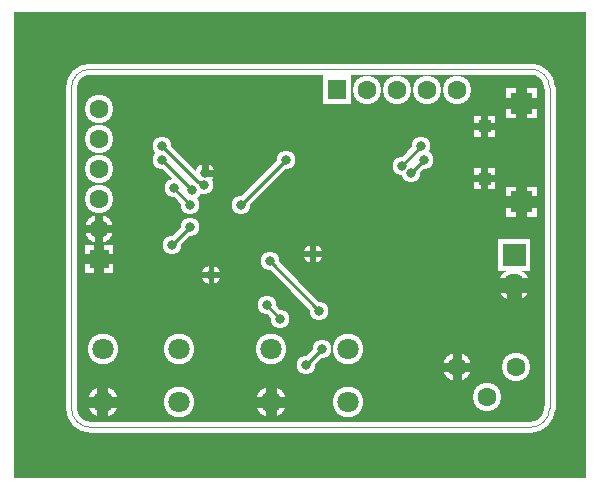
<source format=gbr>
%FSLAX34Y34*%
%MOMM*%
%LNCOPPER_BOTTOM*%
G71*
G01*
%ADD10C,2.600*%
%ADD11C,2.400*%
%ADD12C,1.610*%
%ADD13C,1.054*%
%ADD14C,0.900*%
%ADD15C,2.700*%
%ADD16C,0.973*%
%ADD17C,0.938*%
%ADD18C,0.614*%
%ADD19C,0.604*%
%ADD20C,0.912*%
%ADD21C,0.930*%
%ADD22C,0.811*%
%ADD23C,0.709*%
%ADD24C,0.478*%
%ADD25C,0.559*%
%ADD26C,0.494*%
%ADD27C,0.747*%
%ADD28C,1.273*%
%ADD29C,1.800*%
%ADD30C,1.600*%
%ADD31C,0.810*%
%ADD32C,0.254*%
%ADD33C,0.100*%
%ADD34C,1.900*%
%LPD*%
G36*
X-48412Y351686D02*
X435588Y351686D01*
X435588Y-43314D01*
X-48412Y-43314D01*
X-48412Y351686D01*
G37*
%LPC*%
G36*
X368138Y203665D02*
X393938Y203665D01*
X393938Y177865D01*
X368138Y177865D01*
X368138Y203665D01*
G37*
G36*
X368138Y287181D02*
X393938Y287181D01*
X393938Y261381D01*
X368138Y261381D01*
X368138Y287181D01*
G37*
G36*
X340741Y219302D02*
X358799Y219302D01*
X358799Y201244D01*
X340741Y201244D01*
X340741Y219302D01*
G37*
G36*
X340741Y263802D02*
X358799Y263802D01*
X358799Y245744D01*
X340741Y245744D01*
X340741Y263802D01*
G37*
X26276Y66051D02*
G54D10*
D03*
X26276Y21043D02*
G54D10*
D03*
X91300Y21043D02*
G54D10*
D03*
X91300Y66051D02*
G54D10*
D03*
X169126Y66051D02*
G54D10*
D03*
X234150Y66051D02*
G54D10*
D03*
X234150Y21043D02*
G54D10*
D03*
X169126Y21043D02*
G54D10*
D03*
G36*
X212802Y297863D02*
X236802Y297863D01*
X236802Y273863D01*
X212802Y273863D01*
X212802Y297863D01*
G37*
G36*
X11482Y154353D02*
X35482Y154353D01*
X35482Y130353D01*
X11482Y130353D01*
X11482Y154353D01*
G37*
X23482Y167753D02*
G54D11*
D03*
X23482Y193153D02*
G54D11*
D03*
X23482Y218553D02*
G54D11*
D03*
X23482Y243953D02*
G54D11*
D03*
X23482Y269353D02*
G54D11*
D03*
X250202Y285863D02*
G54D11*
D03*
X275602Y285863D02*
G54D11*
D03*
X301002Y285863D02*
G54D11*
D03*
X326402Y285863D02*
G54D11*
D03*
X118478Y128637D02*
G54D12*
D03*
X85458Y154037D02*
G54D12*
D03*
X100698Y169277D02*
G54D12*
D03*
X100698Y188327D02*
G54D12*
D03*
X101968Y201027D02*
G54D12*
D03*
X112128Y204837D02*
G54D12*
D03*
X113398Y214997D02*
G54D12*
D03*
X86728Y202297D02*
G54D12*
D03*
X76568Y226427D02*
G54D12*
D03*
X76568Y237857D02*
G54D12*
D03*
X143878Y188327D02*
G54D12*
D03*
X181978Y226427D02*
G54D12*
D03*
X279768Y221347D02*
G54D12*
D03*
X287388Y214997D02*
G54D12*
D03*
X298818Y226427D02*
G54D12*
D03*
X296278Y237857D02*
G54D12*
D03*
X209918Y98157D02*
G54D12*
D03*
X176898Y91807D02*
G54D12*
D03*
X165468Y103237D02*
G54D12*
D03*
X167690Y140384D02*
G54D12*
D03*
X204838Y146417D02*
G54D12*
D03*
X212458Y66407D02*
G54D12*
D03*
X198488Y52437D02*
G54D12*
D03*
G54D13*
X287388Y214997D02*
X298818Y226427D01*
G54D13*
X296278Y237857D02*
X279768Y221347D01*
G54D13*
X181978Y226427D02*
X143878Y188327D01*
G54D13*
X112128Y204837D02*
X109588Y207377D01*
X107048Y207377D01*
X76568Y237857D01*
G54D13*
X76568Y226427D02*
X101968Y201027D01*
G54D13*
X100698Y188327D02*
X86728Y202297D01*
G54D13*
X100698Y169277D02*
X85458Y154037D01*
G54D13*
X198488Y52437D02*
X212458Y66407D01*
G54D13*
X176898Y91807D02*
X165468Y103237D01*
G54D13*
X167690Y140384D02*
X209918Y98157D01*
X351650Y25849D02*
G54D11*
D03*
X376650Y50849D02*
G54D11*
D03*
X326650Y50849D02*
G54D11*
D03*
G54D14*
X15876Y303212D02*
X388938Y303212D01*
G54D14*
G75*
G01X15876Y303212D02*
G03X0Y287337I0J-15875D01*
G01*
G54D14*
G75*
G01X404813Y287337D02*
G03X388938Y303212I-15875J0D01*
G01*
G54D14*
G75*
G01X388938Y0D02*
G03X404814Y15875I0J15875D01*
G01*
G54D14*
G75*
G01X0Y15874D02*
G03X15876Y0I15876J0D01*
G01*
G54D14*
X0Y287337D02*
X0Y15874D01*
G54D14*
X404813Y287337D02*
X404814Y15875D01*
G54D14*
X388938Y0D02*
X15876Y0D01*
X374934Y120212D02*
G54D15*
D03*
G36*
X361434Y132112D02*
X361434Y159112D01*
X388434Y159112D01*
X388434Y132112D01*
X361434Y132112D01*
G37*
%LPD*%
G54D16*
G36*
X376173Y190765D02*
X376173Y204165D01*
X385903Y204165D01*
X385903Y190765D01*
X376173Y190765D01*
G37*
G36*
X381038Y195630D02*
X394438Y195630D01*
X394438Y185900D01*
X381038Y185900D01*
X381038Y195630D01*
G37*
G36*
X385903Y190765D02*
X385903Y177365D01*
X376173Y177365D01*
X376173Y190765D01*
X385903Y190765D01*
G37*
G36*
X381038Y185900D02*
X367638Y185900D01*
X367638Y195630D01*
X381038Y195630D01*
X381038Y185900D01*
G37*
G54D17*
G36*
X376351Y274281D02*
X376351Y287681D01*
X385725Y287681D01*
X385725Y274281D01*
X376351Y274281D01*
G37*
G36*
X381038Y278968D02*
X394438Y278968D01*
X394438Y269594D01*
X381038Y269594D01*
X381038Y278968D01*
G37*
G36*
X385725Y274281D02*
X385725Y260881D01*
X376351Y260881D01*
X376351Y274281D01*
X385725Y274281D01*
G37*
G36*
X381038Y269594D02*
X367638Y269594D01*
X367638Y278968D01*
X381038Y278968D01*
X381038Y269594D01*
G37*
G54D18*
G36*
X346702Y210273D02*
X346702Y219802D01*
X352838Y219802D01*
X352838Y210273D01*
X346702Y210273D01*
G37*
G36*
X349770Y213341D02*
X359299Y213341D01*
X359299Y207205D01*
X349770Y207205D01*
X349770Y213341D01*
G37*
G36*
X352838Y210273D02*
X352838Y200744D01*
X346702Y200744D01*
X346702Y210273D01*
X352838Y210273D01*
G37*
G36*
X349770Y207205D02*
X340241Y207205D01*
X340241Y213341D01*
X349770Y213341D01*
X349770Y207205D01*
G37*
G54D19*
G36*
X346753Y254773D02*
X346753Y264302D01*
X352787Y264302D01*
X352787Y254773D01*
X346753Y254773D01*
G37*
G36*
X349770Y257790D02*
X359299Y257790D01*
X359299Y251756D01*
X349770Y251756D01*
X349770Y257790D01*
G37*
G36*
X352787Y254773D02*
X352787Y245244D01*
X346753Y245244D01*
X346753Y254773D01*
X352787Y254773D01*
G37*
G36*
X349770Y251756D02*
X340241Y251756D01*
X340241Y257790D01*
X349770Y257790D01*
X349770Y251756D01*
G37*
G54D20*
G36*
X21716Y21043D02*
X21716Y34543D01*
X30836Y34543D01*
X30836Y21043D01*
X21716Y21043D01*
G37*
G36*
X26276Y25603D02*
X39776Y25603D01*
X39776Y16483D01*
X26276Y16483D01*
X26276Y25603D01*
G37*
G36*
X30836Y21043D02*
X30836Y7543D01*
X21716Y7543D01*
X21716Y21043D01*
X30836Y21043D01*
G37*
G36*
X26276Y16483D02*
X12776Y16483D01*
X12776Y25603D01*
X26276Y25603D01*
X26276Y16483D01*
G37*
G54D21*
G36*
X164476Y21043D02*
X164476Y34543D01*
X173776Y34543D01*
X173776Y21043D01*
X164476Y21043D01*
G37*
G36*
X169126Y25693D02*
X182626Y25693D01*
X182626Y16393D01*
X169126Y16393D01*
X169126Y25693D01*
G37*
G36*
X173776Y21043D02*
X173776Y7543D01*
X164476Y7543D01*
X164476Y21043D01*
X173776Y21043D01*
G37*
G36*
X169126Y16393D02*
X155626Y16393D01*
X155626Y25693D01*
X169126Y25693D01*
X169126Y16393D01*
G37*
G54D22*
G36*
X19429Y142353D02*
X19429Y154853D01*
X27535Y154853D01*
X27535Y142353D01*
X19429Y142353D01*
G37*
G36*
X23482Y146406D02*
X35982Y146406D01*
X35982Y138300D01*
X23482Y138300D01*
X23482Y146406D01*
G37*
G36*
X27535Y142353D02*
X27535Y129853D01*
X19429Y129853D01*
X19429Y142353D01*
X27535Y142353D01*
G37*
G36*
X23482Y138300D02*
X10982Y138300D01*
X10982Y146406D01*
X23482Y146406D01*
X23482Y138300D01*
G37*
G54D23*
G36*
X19935Y167753D02*
X19935Y180253D01*
X27029Y180253D01*
X27029Y167753D01*
X19935Y167753D01*
G37*
G36*
X23482Y171300D02*
X35982Y171300D01*
X35982Y164206D01*
X23482Y164206D01*
X23482Y171300D01*
G37*
G36*
X27029Y167753D02*
X27029Y155253D01*
X19935Y155253D01*
X19935Y167753D01*
X27029Y167753D01*
G37*
G36*
X23482Y164206D02*
X10982Y164206D01*
X10982Y171300D01*
X23482Y171300D01*
X23482Y164206D01*
G37*
G54D24*
G36*
X116088Y128637D02*
X116088Y137187D01*
X120868Y137187D01*
X120868Y128637D01*
X116088Y128637D01*
G37*
G36*
X118478Y131026D02*
X127028Y131026D01*
X127028Y126248D01*
X118478Y126248D01*
X118478Y131026D01*
G37*
G36*
X120868Y128637D02*
X120868Y120087D01*
X116088Y120087D01*
X116088Y128637D01*
X120868Y128637D01*
G37*
G36*
X118478Y126248D02*
X109928Y126248D01*
X109928Y131026D01*
X118478Y131026D01*
X118478Y126248D01*
G37*
G54D25*
G36*
X110604Y214997D02*
X110604Y223547D01*
X116192Y223547D01*
X116192Y214997D01*
X110604Y214997D01*
G37*
G36*
X113398Y217792D02*
X121948Y217792D01*
X121948Y212202D01*
X113398Y212202D01*
X113398Y217792D01*
G37*
G54D26*
G36*
X202368Y146417D02*
X202368Y154967D01*
X207308Y154967D01*
X207308Y146417D01*
X202368Y146417D01*
G37*
G36*
X204838Y148888D02*
X213388Y148888D01*
X213388Y143946D01*
X204838Y143946D01*
X204838Y148888D01*
G37*
G36*
X207308Y146417D02*
X207308Y137867D01*
X202368Y137867D01*
X202368Y146417D01*
X207308Y146417D01*
G37*
G36*
X204838Y143946D02*
X196288Y143946D01*
X196288Y148888D01*
X204838Y148888D01*
X204838Y143946D01*
G37*
G54D27*
G36*
X322916Y50849D02*
X322916Y63349D01*
X330383Y63349D01*
X330383Y50849D01*
X322916Y50849D01*
G37*
G36*
X326650Y54582D02*
X339150Y54582D01*
X339150Y47116D01*
X326650Y47116D01*
X326650Y54582D01*
G37*
G36*
X330383Y50849D02*
X330383Y38349D01*
X322916Y38349D01*
X322916Y50849D01*
X330383Y50849D01*
G37*
G36*
X326650Y47116D02*
X314150Y47116D01*
X314150Y54582D01*
X326650Y54582D01*
X326650Y47116D01*
G37*
G54D28*
G36*
X374934Y113847D02*
X360934Y113847D01*
X360934Y126577D01*
X374934Y126577D01*
X374934Y113847D01*
G37*
G36*
X374934Y126577D02*
X388934Y126577D01*
X388934Y113847D01*
X374934Y113847D01*
X374934Y126577D01*
G37*
G36*
X381299Y120212D02*
X381299Y106212D01*
X368569Y106212D01*
X368569Y120212D01*
X381299Y120212D01*
G37*
G36*
X372138Y199665D02*
X389938Y199665D01*
X389938Y181865D01*
X372138Y181865D01*
X372138Y199665D01*
G37*
G36*
X372138Y283181D02*
X389938Y283181D01*
X389938Y265381D01*
X372138Y265381D01*
X372138Y283181D01*
G37*
G36*
X344741Y215302D02*
X354799Y215302D01*
X354799Y205244D01*
X344741Y205244D01*
X344741Y215302D01*
G37*
G36*
X344741Y259802D02*
X354799Y259802D01*
X354799Y249744D01*
X344741Y249744D01*
X344741Y259802D01*
G37*
X26276Y66051D02*
G54D29*
D03*
X26276Y21043D02*
G54D29*
D03*
X91300Y21043D02*
G54D29*
D03*
X91300Y66051D02*
G54D29*
D03*
X169126Y66051D02*
G54D29*
D03*
X234150Y66051D02*
G54D29*
D03*
X234150Y21043D02*
G54D29*
D03*
X169126Y21043D02*
G54D29*
D03*
G36*
X216802Y293863D02*
X232802Y293863D01*
X232802Y277863D01*
X216802Y277863D01*
X216802Y293863D01*
G37*
G36*
X15482Y150353D02*
X31482Y150353D01*
X31482Y134353D01*
X15482Y134353D01*
X15482Y150353D01*
G37*
X23482Y167753D02*
G54D30*
D03*
X23482Y193153D02*
G54D30*
D03*
X23482Y218553D02*
G54D30*
D03*
X23482Y243953D02*
G54D30*
D03*
X23482Y269353D02*
G54D30*
D03*
X250202Y285863D02*
G54D30*
D03*
X275602Y285863D02*
G54D30*
D03*
X301002Y285863D02*
G54D30*
D03*
X326402Y285863D02*
G54D30*
D03*
X118478Y128637D02*
G54D31*
D03*
X85458Y154037D02*
G54D31*
D03*
X100698Y169277D02*
G54D31*
D03*
X100698Y188327D02*
G54D31*
D03*
X101968Y201027D02*
G54D31*
D03*
X112128Y204837D02*
G54D31*
D03*
X113398Y214997D02*
G54D31*
D03*
X86728Y202297D02*
G54D31*
D03*
X76568Y226427D02*
G54D31*
D03*
X76568Y237857D02*
G54D31*
D03*
X143878Y188327D02*
G54D31*
D03*
X181978Y226427D02*
G54D31*
D03*
X279768Y221347D02*
G54D31*
D03*
X287388Y214997D02*
G54D31*
D03*
X298818Y226427D02*
G54D31*
D03*
X296278Y237857D02*
G54D31*
D03*
X209918Y98157D02*
G54D31*
D03*
X176898Y91807D02*
G54D31*
D03*
X165468Y103237D02*
G54D31*
D03*
X167690Y140384D02*
G54D31*
D03*
X204838Y146417D02*
G54D31*
D03*
X212458Y66407D02*
G54D31*
D03*
X198488Y52437D02*
G54D31*
D03*
G54D32*
X287388Y214997D02*
X298818Y226427D01*
G54D32*
X296278Y237857D02*
X279768Y221347D01*
G54D32*
X181978Y226427D02*
X143878Y188327D01*
G54D32*
X112128Y204837D02*
X109588Y207377D01*
X107048Y207377D01*
X76568Y237857D01*
G54D32*
X76568Y226427D02*
X101968Y201027D01*
G54D32*
X100698Y188327D02*
X86728Y202297D01*
G54D32*
X100698Y169277D02*
X85458Y154037D01*
G54D32*
X198488Y52437D02*
X212458Y66407D01*
G54D32*
X176898Y91807D02*
X165468Y103237D01*
G54D32*
X167690Y140384D02*
X209918Y98157D01*
X351650Y25849D02*
G54D30*
D03*
X376650Y50849D02*
G54D30*
D03*
X326650Y50849D02*
G54D30*
D03*
G54D33*
X15876Y303212D02*
X388938Y303212D01*
G54D33*
G75*
G01X15876Y303212D02*
G03X0Y287337I0J-15875D01*
G01*
G54D33*
G75*
G01X404813Y287337D02*
G03X388938Y303212I-15875J0D01*
G01*
G54D33*
G75*
G01X388938Y0D02*
G03X404814Y15875I0J15875D01*
G01*
G54D33*
G75*
G01X0Y15874D02*
G03X15876Y0I15876J0D01*
G01*
G54D33*
X0Y287337D02*
X0Y15874D01*
G54D33*
X404813Y287337D02*
X404814Y15875D01*
G54D33*
X388938Y0D02*
X15876Y0D01*
X374934Y120212D02*
G54D34*
D03*
G36*
X365434Y136112D02*
X365434Y155112D01*
X384434Y155112D01*
X384434Y136112D01*
X365434Y136112D01*
G37*
M02*

</source>
